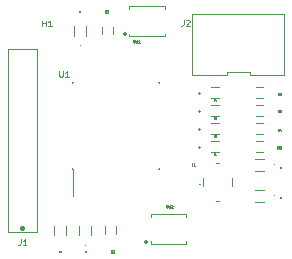
<source format=gbr>
%TF.GenerationSoftware,KiCad,Pcbnew,(5.1.8-0-10_14)*%
%TF.CreationDate,2020-12-07T18:30:00+01:00*%
%TF.ProjectId,cao,63616f2e-6b69-4636-9164-5f7063625858,rev?*%
%TF.SameCoordinates,Original*%
%TF.FileFunction,Legend,Top*%
%TF.FilePolarity,Positive*%
%FSLAX46Y46*%
G04 Gerber Fmt 4.6, Leading zero omitted, Abs format (unit mm)*
G04 Created by KiCad (PCBNEW (5.1.8-0-10_14)) date 2020-12-07 18:30:00*
%MOMM*%
%LPD*%
G01*
G04 APERTURE LIST*
%ADD10C,0.120000*%
%ADD11C,0.300000*%
%ADD12C,0.200000*%
%ADD13C,0.060000*%
%ADD14C,0.250000*%
%ADD15C,0.400000*%
%ADD16C,0.050000*%
%ADD17C,0.025000*%
%ADD18C,0.125000*%
G04 APERTURE END LIST*
D10*
%TO.C,SW2*%
X134070000Y-94900000D02*
X134070000Y-95100000D01*
X134070000Y-95100000D02*
X137070000Y-95100000D01*
X137070000Y-95100000D02*
X137070000Y-94900000D01*
X134070000Y-92850000D02*
X134070000Y-92600000D01*
X134070000Y-92600000D02*
X137070000Y-92600000D01*
X137070000Y-92600000D02*
X137070000Y-92850000D01*
D11*
X133670000Y-94950000D02*
G75*
G03*
X133670000Y-94950000I0J0D01*
G01*
D10*
%TO.C,SW1*%
X132250000Y-77310000D02*
X132250000Y-77510000D01*
X132250000Y-77510000D02*
X135250000Y-77510000D01*
X135250000Y-77510000D02*
X135250000Y-77310000D01*
X132250000Y-75260000D02*
X132250000Y-75010000D01*
X132250000Y-75010000D02*
X135250000Y-75010000D01*
X135250000Y-75010000D02*
X135250000Y-75260000D01*
D11*
X131850000Y-77360000D02*
G75*
G03*
X131850000Y-77360000I0J0D01*
G01*
D12*
%TO.C,Y1*%
X138260000Y-90080000D02*
G75*
G03*
X138260000Y-90080000I0J0D01*
G01*
D10*
X139560000Y-88280000D02*
X139860000Y-88280000D01*
X139560000Y-91480000D02*
X139860000Y-91480000D01*
X140960000Y-90180000D02*
X140960000Y-89580000D01*
X138460000Y-90180000D02*
X138460000Y-89580000D01*
D13*
%TO.C,R2*%
X130140000Y-93640000D02*
X130140000Y-94240000D01*
X131100000Y-93640000D02*
X131100000Y-94240000D01*
%TO.C,R1*%
X129900000Y-76740000D02*
X129900000Y-77340000D01*
X130860000Y-76740000D02*
X130860000Y-77340000D01*
%TO.C,R3*%
X142980000Y-87350000D02*
X143580000Y-87350000D01*
X142980000Y-86390000D02*
X143580000Y-86390000D01*
%TO.C,R6*%
X142980000Y-82796000D02*
X143580000Y-82796000D01*
X142980000Y-81836000D02*
X143580000Y-81836000D01*
%TO.C,R4*%
X142980000Y-85844000D02*
X143580000Y-85844000D01*
X142980000Y-84884000D02*
X143580000Y-84884000D01*
%TO.C,R5*%
X142980000Y-84320000D02*
X143580000Y-84320000D01*
X142980000Y-83360000D02*
X143580000Y-83360000D01*
%TO.C,D2*%
X139144000Y-85814000D02*
X139824000Y-85814000D01*
X139144000Y-84874000D02*
X139824000Y-84874000D01*
D14*
X138114000Y-85354000D02*
G75*
G03*
X138114000Y-85354000I0J0D01*
G01*
D13*
%TO.C,D3*%
X139144000Y-84290000D02*
X139824000Y-84290000D01*
X139144000Y-83350000D02*
X139824000Y-83350000D01*
D14*
X138114000Y-83830000D02*
G75*
G03*
X138114000Y-83830000I0J0D01*
G01*
D10*
%TO.C,U1*%
X134714000Y-81440000D02*
X134664000Y-81440000D01*
X134714000Y-81490000D02*
X134714000Y-81440000D01*
X134714000Y-88740000D02*
X134664000Y-88740000D01*
X134714000Y-88690000D02*
X134714000Y-88740000D01*
X127414000Y-81440000D02*
X127464000Y-81440000D01*
X127414000Y-81490000D02*
X127414000Y-81440000D01*
X127464000Y-88740000D02*
X127464000Y-91090000D01*
X127414000Y-88740000D02*
X127464000Y-88740000D01*
X127414000Y-88690000D02*
X127414000Y-88740000D01*
%TO.C,J2*%
X145368000Y-80852000D02*
X142478000Y-80852000D01*
X137588000Y-80851999D02*
X140478000Y-80852000D01*
X142478000Y-80532000D02*
X142478000Y-80832000D01*
X140478000Y-80532000D02*
X142478000Y-80532000D01*
X140478000Y-80832000D02*
X140478000Y-80532000D01*
X137588000Y-77358667D02*
X137588000Y-79105333D01*
X137588000Y-79105333D02*
X137588000Y-80851999D01*
X137588000Y-75612000D02*
X137588000Y-77358667D01*
X145368000Y-75612001D02*
X137588000Y-75612000D01*
X145368000Y-80852000D02*
X145368000Y-75612001D01*
%TO.C,J1*%
X124440000Y-78610000D02*
X124440000Y-94110000D01*
X121940000Y-94110000D02*
X121940000Y-78610000D01*
X121940000Y-78610000D02*
X124440000Y-78610000D01*
X121940000Y-94110000D02*
X124440000Y-94110000D01*
D15*
X123190000Y-93810000D02*
G75*
G03*
X123190000Y-93810000I0J0D01*
G01*
D13*
%TO.C,D4*%
X139144000Y-82766000D02*
X139824000Y-82766000D01*
X139144000Y-81826000D02*
X139824000Y-81826000D01*
D14*
X138114000Y-82306000D02*
G75*
G03*
X138114000Y-82306000I0J0D01*
G01*
D13*
%TO.C,D1*%
X139144000Y-87338000D02*
X139824000Y-87338000D01*
X139144000Y-86398000D02*
X139824000Y-86398000D01*
D14*
X138114000Y-86878000D02*
G75*
G03*
X138114000Y-86878000I0J0D01*
G01*
D13*
%TO.C,C5*%
X128970000Y-94400000D02*
X128970000Y-93600000D01*
X127970000Y-94400000D02*
X127970000Y-93600000D01*
D10*
X128497361Y-95245000D02*
G75*
G03*
X128497361Y-95245000I-22361J0D01*
G01*
D13*
%TO.C,C4*%
X126850000Y-94400000D02*
X126850000Y-93600000D01*
X125850000Y-94400000D02*
X125850000Y-93600000D01*
D10*
X126377361Y-95245000D02*
G75*
G03*
X126377361Y-95245000I-22361J0D01*
G01*
D13*
%TO.C,C3*%
X128570000Y-77490000D02*
X128570000Y-76690000D01*
X127570000Y-77490000D02*
X127570000Y-76690000D01*
D10*
X128097361Y-78335000D02*
G75*
G03*
X128097361Y-78335000I-22361J0D01*
G01*
D13*
%TO.C,C2*%
X143665000Y-87935000D02*
X142865000Y-87935000D01*
X143665000Y-88935000D02*
X142865000Y-88935000D01*
D10*
X144532361Y-88430000D02*
G75*
G03*
X144532361Y-88430000I-22361J0D01*
G01*
D13*
%TO.C,C1*%
X143665000Y-90565000D02*
X142865000Y-90565000D01*
X143665000Y-91565000D02*
X142865000Y-91565000D01*
D10*
X144532361Y-91060000D02*
G75*
G03*
X144532361Y-91060000I-22361J0D01*
G01*
%TO.C,SW2*%
D16*
X135369333Y-92028952D02*
X135397904Y-92038476D01*
X135445523Y-92038476D01*
X135464571Y-92028952D01*
X135474095Y-92019428D01*
X135483619Y-92000380D01*
X135483619Y-91981333D01*
X135474095Y-91962285D01*
X135464571Y-91952761D01*
X135445523Y-91943238D01*
X135407428Y-91933714D01*
X135388380Y-91924190D01*
X135378857Y-91914666D01*
X135369333Y-91895619D01*
X135369333Y-91876571D01*
X135378857Y-91857523D01*
X135388380Y-91848000D01*
X135407428Y-91838476D01*
X135455047Y-91838476D01*
X135483619Y-91848000D01*
X135550285Y-91838476D02*
X135597904Y-92038476D01*
X135636000Y-91895619D01*
X135674095Y-92038476D01*
X135721714Y-91838476D01*
X135788380Y-91857523D02*
X135797904Y-91848000D01*
X135816952Y-91838476D01*
X135864571Y-91838476D01*
X135883619Y-91848000D01*
X135893142Y-91857523D01*
X135902666Y-91876571D01*
X135902666Y-91895619D01*
X135893142Y-91924190D01*
X135778857Y-92038476D01*
X135902666Y-92038476D01*
%TO.C,SW1*%
X132575333Y-78058952D02*
X132603904Y-78068476D01*
X132651523Y-78068476D01*
X132670571Y-78058952D01*
X132680095Y-78049428D01*
X132689619Y-78030380D01*
X132689619Y-78011333D01*
X132680095Y-77992285D01*
X132670571Y-77982761D01*
X132651523Y-77973238D01*
X132613428Y-77963714D01*
X132594380Y-77954190D01*
X132584857Y-77944666D01*
X132575333Y-77925619D01*
X132575333Y-77906571D01*
X132584857Y-77887523D01*
X132594380Y-77878000D01*
X132613428Y-77868476D01*
X132661047Y-77868476D01*
X132689619Y-77878000D01*
X132756285Y-77868476D02*
X132803904Y-78068476D01*
X132842000Y-77925619D01*
X132880095Y-78068476D01*
X132927714Y-77868476D01*
X133108666Y-78068476D02*
X132994380Y-78068476D01*
X133051523Y-78068476D02*
X133051523Y-77868476D01*
X133032476Y-77897047D01*
X133013428Y-77916095D01*
X132994380Y-77925619D01*
%TO.C,Y1*%
X137572761Y-88387238D02*
X137572761Y-88482476D01*
X137506095Y-88282476D02*
X137572761Y-88387238D01*
X137639428Y-88282476D01*
X137810857Y-88482476D02*
X137696571Y-88482476D01*
X137753714Y-88482476D02*
X137753714Y-88282476D01*
X137734666Y-88311047D01*
X137715619Y-88330095D01*
X137696571Y-88339619D01*
%TO.C,R2*%
X130776666Y-95848476D02*
X130710000Y-95753238D01*
X130662380Y-95848476D02*
X130662380Y-95648476D01*
X130738571Y-95648476D01*
X130757619Y-95658000D01*
X130767142Y-95667523D01*
X130776666Y-95686571D01*
X130776666Y-95715142D01*
X130767142Y-95734190D01*
X130757619Y-95743714D01*
X130738571Y-95753238D01*
X130662380Y-95753238D01*
X130852857Y-95667523D02*
X130862380Y-95658000D01*
X130881428Y-95648476D01*
X130929047Y-95648476D01*
X130948095Y-95658000D01*
X130957619Y-95667523D01*
X130967142Y-95686571D01*
X130967142Y-95705619D01*
X130957619Y-95734190D01*
X130843333Y-95848476D01*
X130967142Y-95848476D01*
%TO.C,R1*%
X130268666Y-75528476D02*
X130202000Y-75433238D01*
X130154380Y-75528476D02*
X130154380Y-75328476D01*
X130230571Y-75328476D01*
X130249619Y-75338000D01*
X130259142Y-75347523D01*
X130268666Y-75366571D01*
X130268666Y-75395142D01*
X130259142Y-75414190D01*
X130249619Y-75423714D01*
X130230571Y-75433238D01*
X130154380Y-75433238D01*
X130459142Y-75528476D02*
X130344857Y-75528476D01*
X130402000Y-75528476D02*
X130402000Y-75328476D01*
X130382952Y-75357047D01*
X130363904Y-75376095D01*
X130344857Y-75385619D01*
%TO.C,R3*%
X144896666Y-87050476D02*
X144830000Y-86955238D01*
X144782380Y-87050476D02*
X144782380Y-86850476D01*
X144858571Y-86850476D01*
X144877619Y-86860000D01*
X144887142Y-86869523D01*
X144896666Y-86888571D01*
X144896666Y-86917142D01*
X144887142Y-86936190D01*
X144877619Y-86945714D01*
X144858571Y-86955238D01*
X144782380Y-86955238D01*
X144963333Y-86850476D02*
X145087142Y-86850476D01*
X145020476Y-86926666D01*
X145049047Y-86926666D01*
X145068095Y-86936190D01*
X145077619Y-86945714D01*
X145087142Y-86964761D01*
X145087142Y-87012380D01*
X145077619Y-87031428D01*
X145068095Y-87040952D01*
X145049047Y-87050476D01*
X144991904Y-87050476D01*
X144972857Y-87040952D01*
X144963333Y-87031428D01*
%TO.C,R6*%
X144926666Y-82530476D02*
X144860000Y-82435238D01*
X144812380Y-82530476D02*
X144812380Y-82330476D01*
X144888571Y-82330476D01*
X144907619Y-82340000D01*
X144917142Y-82349523D01*
X144926666Y-82368571D01*
X144926666Y-82397142D01*
X144917142Y-82416190D01*
X144907619Y-82425714D01*
X144888571Y-82435238D01*
X144812380Y-82435238D01*
X145098095Y-82330476D02*
X145060000Y-82330476D01*
X145040952Y-82340000D01*
X145031428Y-82349523D01*
X145012380Y-82378095D01*
X145002857Y-82416190D01*
X145002857Y-82492380D01*
X145012380Y-82511428D01*
X145021904Y-82520952D01*
X145040952Y-82530476D01*
X145079047Y-82530476D01*
X145098095Y-82520952D01*
X145107619Y-82511428D01*
X145117142Y-82492380D01*
X145117142Y-82444761D01*
X145107619Y-82425714D01*
X145098095Y-82416190D01*
X145079047Y-82406666D01*
X145040952Y-82406666D01*
X145021904Y-82416190D01*
X145012380Y-82425714D01*
X145002857Y-82444761D01*
%TO.C,R4*%
X144906666Y-85580476D02*
X144840000Y-85485238D01*
X144792380Y-85580476D02*
X144792380Y-85380476D01*
X144868571Y-85380476D01*
X144887619Y-85390000D01*
X144897142Y-85399523D01*
X144906666Y-85418571D01*
X144906666Y-85447142D01*
X144897142Y-85466190D01*
X144887619Y-85475714D01*
X144868571Y-85485238D01*
X144792380Y-85485238D01*
X145078095Y-85447142D02*
X145078095Y-85580476D01*
X145030476Y-85370952D02*
X144982857Y-85513809D01*
X145106666Y-85513809D01*
%TO.C,R5*%
X144916666Y-83970476D02*
X144850000Y-83875238D01*
X144802380Y-83970476D02*
X144802380Y-83770476D01*
X144878571Y-83770476D01*
X144897619Y-83780000D01*
X144907142Y-83789523D01*
X144916666Y-83808571D01*
X144916666Y-83837142D01*
X144907142Y-83856190D01*
X144897619Y-83865714D01*
X144878571Y-83875238D01*
X144802380Y-83875238D01*
X145097619Y-83770476D02*
X145002380Y-83770476D01*
X144992857Y-83865714D01*
X145002380Y-83856190D01*
X145021428Y-83846666D01*
X145069047Y-83846666D01*
X145088095Y-83856190D01*
X145097619Y-83865714D01*
X145107142Y-83884761D01*
X145107142Y-83932380D01*
X145097619Y-83951428D01*
X145088095Y-83960952D01*
X145069047Y-83970476D01*
X145021428Y-83970476D01*
X145002380Y-83960952D01*
X144992857Y-83951428D01*
%TO.C,D2*%
D17*
X139410190Y-86039238D02*
X139410190Y-85939238D01*
X139434000Y-85939238D01*
X139448285Y-85944000D01*
X139457809Y-85953523D01*
X139462571Y-85963047D01*
X139467333Y-85982095D01*
X139467333Y-85996380D01*
X139462571Y-86015428D01*
X139457809Y-86024952D01*
X139448285Y-86034476D01*
X139434000Y-86039238D01*
X139410190Y-86039238D01*
X139505428Y-85948761D02*
X139510190Y-85944000D01*
X139519714Y-85939238D01*
X139543523Y-85939238D01*
X139553047Y-85944000D01*
X139557809Y-85948761D01*
X139562571Y-85958285D01*
X139562571Y-85967809D01*
X139557809Y-85982095D01*
X139500666Y-86039238D01*
X139562571Y-86039238D01*
%TO.C,D3*%
X139410190Y-84515238D02*
X139410190Y-84415238D01*
X139434000Y-84415238D01*
X139448285Y-84420000D01*
X139457809Y-84429523D01*
X139462571Y-84439047D01*
X139467333Y-84458095D01*
X139467333Y-84472380D01*
X139462571Y-84491428D01*
X139457809Y-84500952D01*
X139448285Y-84510476D01*
X139434000Y-84515238D01*
X139410190Y-84515238D01*
X139500666Y-84415238D02*
X139562571Y-84415238D01*
X139529238Y-84453333D01*
X139543523Y-84453333D01*
X139553047Y-84458095D01*
X139557809Y-84462857D01*
X139562571Y-84472380D01*
X139562571Y-84496190D01*
X139557809Y-84505714D01*
X139553047Y-84510476D01*
X139543523Y-84515238D01*
X139514952Y-84515238D01*
X139505428Y-84510476D01*
X139500666Y-84505714D01*
%TO.C,U1*%
D18*
X126309047Y-80466190D02*
X126309047Y-80870952D01*
X126332857Y-80918571D01*
X126356666Y-80942380D01*
X126404285Y-80966190D01*
X126499523Y-80966190D01*
X126547142Y-80942380D01*
X126570952Y-80918571D01*
X126594761Y-80870952D01*
X126594761Y-80466190D01*
X127094761Y-80966190D02*
X126809047Y-80966190D01*
X126951904Y-80966190D02*
X126951904Y-80466190D01*
X126904285Y-80537619D01*
X126856666Y-80585238D01*
X126809047Y-80609047D01*
%TO.C,J2*%
X136843333Y-76146190D02*
X136843333Y-76503333D01*
X136819523Y-76574761D01*
X136771904Y-76622380D01*
X136700476Y-76646190D01*
X136652857Y-76646190D01*
X137057619Y-76193809D02*
X137081428Y-76170000D01*
X137129047Y-76146190D01*
X137248095Y-76146190D01*
X137295714Y-76170000D01*
X137319523Y-76193809D01*
X137343333Y-76241428D01*
X137343333Y-76289047D01*
X137319523Y-76360476D01*
X137033809Y-76646190D01*
X137343333Y-76646190D01*
%TO.C,J1*%
X123033333Y-94726190D02*
X123033333Y-95083333D01*
X123009523Y-95154761D01*
X122961904Y-95202380D01*
X122890476Y-95226190D01*
X122842857Y-95226190D01*
X123533333Y-95226190D02*
X123247619Y-95226190D01*
X123390476Y-95226190D02*
X123390476Y-94726190D01*
X123342857Y-94797619D01*
X123295238Y-94845238D01*
X123247619Y-94869047D01*
%TO.C,H1*%
X124869047Y-76706190D02*
X124869047Y-76206190D01*
X124869047Y-76444285D02*
X125154761Y-76444285D01*
X125154761Y-76706190D02*
X125154761Y-76206190D01*
X125654761Y-76706190D02*
X125369047Y-76706190D01*
X125511904Y-76706190D02*
X125511904Y-76206190D01*
X125464285Y-76277619D01*
X125416666Y-76325238D01*
X125369047Y-76349047D01*
%TO.C,D4*%
D17*
X139410190Y-82991238D02*
X139410190Y-82891238D01*
X139434000Y-82891238D01*
X139448285Y-82896000D01*
X139457809Y-82905523D01*
X139462571Y-82915047D01*
X139467333Y-82934095D01*
X139467333Y-82948380D01*
X139462571Y-82967428D01*
X139457809Y-82976952D01*
X139448285Y-82986476D01*
X139434000Y-82991238D01*
X139410190Y-82991238D01*
X139553047Y-82924571D02*
X139553047Y-82991238D01*
X139529238Y-82886476D02*
X139505428Y-82957904D01*
X139567333Y-82957904D01*
%TO.C,D1*%
X139410190Y-87563238D02*
X139410190Y-87463238D01*
X139434000Y-87463238D01*
X139448285Y-87468000D01*
X139457809Y-87477523D01*
X139462571Y-87487047D01*
X139467333Y-87506095D01*
X139467333Y-87520380D01*
X139462571Y-87539428D01*
X139457809Y-87548952D01*
X139448285Y-87558476D01*
X139434000Y-87563238D01*
X139410190Y-87563238D01*
X139562571Y-87563238D02*
X139505428Y-87563238D01*
X139534000Y-87563238D02*
X139534000Y-87463238D01*
X139524476Y-87477523D01*
X139514952Y-87487047D01*
X139505428Y-87491809D01*
%TO.C,C5*%
X128507333Y-95793714D02*
X128502571Y-95798476D01*
X128488285Y-95803238D01*
X128478761Y-95803238D01*
X128464476Y-95798476D01*
X128454952Y-95788952D01*
X128450190Y-95779428D01*
X128445428Y-95760380D01*
X128445428Y-95746095D01*
X128450190Y-95727047D01*
X128454952Y-95717523D01*
X128464476Y-95708000D01*
X128478761Y-95703238D01*
X128488285Y-95703238D01*
X128502571Y-95708000D01*
X128507333Y-95712761D01*
X128597809Y-95703238D02*
X128550190Y-95703238D01*
X128545428Y-95750857D01*
X128550190Y-95746095D01*
X128559714Y-95741333D01*
X128583523Y-95741333D01*
X128593047Y-95746095D01*
X128597809Y-95750857D01*
X128602571Y-95760380D01*
X128602571Y-95784190D01*
X128597809Y-95793714D01*
X128593047Y-95798476D01*
X128583523Y-95803238D01*
X128559714Y-95803238D01*
X128550190Y-95798476D01*
X128545428Y-95793714D01*
%TO.C,C4*%
X126338333Y-95793714D02*
X126333571Y-95798476D01*
X126319285Y-95803238D01*
X126309761Y-95803238D01*
X126295476Y-95798476D01*
X126285952Y-95788952D01*
X126281190Y-95779428D01*
X126276428Y-95760380D01*
X126276428Y-95746095D01*
X126281190Y-95727047D01*
X126285952Y-95717523D01*
X126295476Y-95708000D01*
X126309761Y-95703238D01*
X126319285Y-95703238D01*
X126333571Y-95708000D01*
X126338333Y-95712761D01*
X126424047Y-95736571D02*
X126424047Y-95803238D01*
X126400238Y-95698476D02*
X126376428Y-95769904D01*
X126438333Y-95769904D01*
%TO.C,C3*%
X127999333Y-75473714D02*
X127994571Y-75478476D01*
X127980285Y-75483238D01*
X127970761Y-75483238D01*
X127956476Y-75478476D01*
X127946952Y-75468952D01*
X127942190Y-75459428D01*
X127937428Y-75440380D01*
X127937428Y-75426095D01*
X127942190Y-75407047D01*
X127946952Y-75397523D01*
X127956476Y-75388000D01*
X127970761Y-75383238D01*
X127980285Y-75383238D01*
X127994571Y-75388000D01*
X127999333Y-75392761D01*
X128032666Y-75383238D02*
X128094571Y-75383238D01*
X128061238Y-75421333D01*
X128075523Y-75421333D01*
X128085047Y-75426095D01*
X128089809Y-75430857D01*
X128094571Y-75440380D01*
X128094571Y-75464190D01*
X128089809Y-75473714D01*
X128085047Y-75478476D01*
X128075523Y-75483238D01*
X128046952Y-75483238D01*
X128037428Y-75478476D01*
X128032666Y-75473714D01*
%TO.C,C2*%
X145017333Y-88681714D02*
X145012571Y-88686476D01*
X144998285Y-88691238D01*
X144988761Y-88691238D01*
X144974476Y-88686476D01*
X144964952Y-88676952D01*
X144960190Y-88667428D01*
X144955428Y-88648380D01*
X144955428Y-88634095D01*
X144960190Y-88615047D01*
X144964952Y-88605523D01*
X144974476Y-88596000D01*
X144988761Y-88591238D01*
X144998285Y-88591238D01*
X145012571Y-88596000D01*
X145017333Y-88600761D01*
X145055428Y-88600761D02*
X145060190Y-88596000D01*
X145069714Y-88591238D01*
X145093523Y-88591238D01*
X145103047Y-88596000D01*
X145107809Y-88600761D01*
X145112571Y-88610285D01*
X145112571Y-88619809D01*
X145107809Y-88634095D01*
X145050666Y-88691238D01*
X145112571Y-88691238D01*
%TO.C,C1*%
X145017333Y-91221714D02*
X145012571Y-91226476D01*
X144998285Y-91231238D01*
X144988761Y-91231238D01*
X144974476Y-91226476D01*
X144964952Y-91216952D01*
X144960190Y-91207428D01*
X144955428Y-91188380D01*
X144955428Y-91174095D01*
X144960190Y-91155047D01*
X144964952Y-91145523D01*
X144974476Y-91136000D01*
X144988761Y-91131238D01*
X144998285Y-91131238D01*
X145012571Y-91136000D01*
X145017333Y-91140761D01*
X145112571Y-91231238D02*
X145055428Y-91231238D01*
X145084000Y-91231238D02*
X145084000Y-91131238D01*
X145074476Y-91145523D01*
X145064952Y-91155047D01*
X145055428Y-91159809D01*
%TD*%
M02*

</source>
